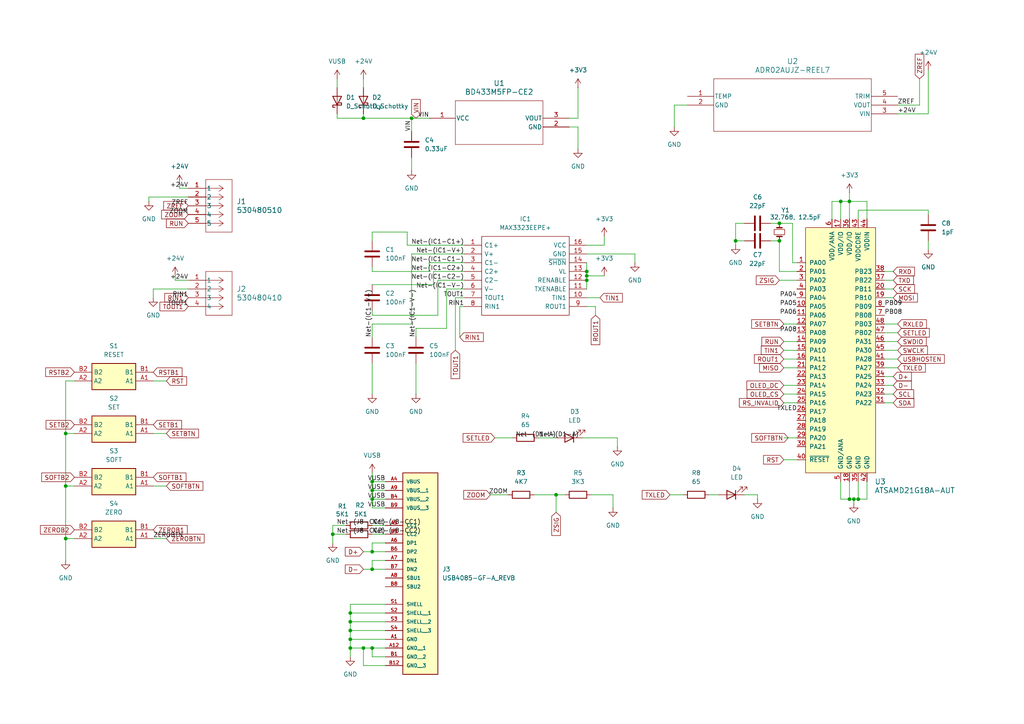
<source format=kicad_sch>
(kicad_sch (version 20231120) (generator "eeschema") (generator_version "8.0")
  (paper "A4")
  (lib_symbols
    (symbol "2024-05-14_22-26-41:BD433M5FP-CE2" (pin_names (offset 0.254))
      (property "Reference" "U3" (at 20.32 10.16 0))
      (property "Value" "BD433M5FP-CE2" (at 20.32 7.62 0))
      (symbol "BD433M5FP-CE2_0_1"
        (pin power_in line (at 0 0 0) (length 7.62) (name "VCC") (number "1"))
        (pin output line (at 40.64 -2.54 180) (length 7.62) (name "GND") (number "2"))
        (pin output line (at 40.64 0 180) (length 7.62) (name "VOUT") (number "3"))
      )
    )
    (symbol "530480410:530480410" (pin_names (offset 0.254))
      (property "Reference" "J" (at 8.89 6.35 0))
      (property "Value" "530480410" (at 0 0 0))
      (symbol "530480410_1_1"
        (pin unspecified line (at 0 0 0) (length 5.08) (name "1") (number "1"))
        (pin unspecified line (at 0 -2.54 0) (length 5.08) (name "2") (number "2"))
        (pin unspecified line (at 0 -5.08 0) (length 5.08) (name "3") (number "3"))
        (pin unspecified line (at 0 -7.62 0) (length 5.08) (name "4") (number "4"))
      )
      (symbol "530480410_1_2"
        (pin unspecified line (at 0 0 0) (length 5.08) (name "1") (number "1"))
        (pin unspecified line (at 0 -2.54 0) (length 5.08) (name "2") (number "2"))
        (pin unspecified line (at 0 -5.08 0) (length 5.08) (name "3") (number "3"))
        (pin unspecified line (at 0 -7.62 0) (length 5.08) (name "4") (number "4"))
      )
    )
    (symbol "530480510:530480510" (pin_names (offset 0.254))
      (property "Reference" "J" (at 8.89 6.35 0))
      (property "Value" "530480510" (at 0 0 0))
      (symbol "530480510_1_1"
        (pin unspecified line (at 0 0 0) (length 5.08) (name "1") (number "1"))
        (pin unspecified line (at 0 -2.54 0) (length 5.08) (name "2") (number "2"))
        (pin unspecified line (at 0 -5.08 0) (length 5.08) (name "3") (number "3"))
        (pin unspecified line (at 0 -7.62 0) (length 5.08) (name "4") (number "4"))
        (pin unspecified line (at 0 -10.16 0) (length 5.08) (name "5") (number "5"))
      )
      (symbol "530480510_1_2"
        (pin unspecified line (at 0 0 0) (length 5.08) (name "1") (number "1"))
        (pin unspecified line (at 0 -2.54 0) (length 5.08) (name "2") (number "2"))
        (pin unspecified line (at 0 -5.08 0) (length 5.08) (name "3") (number "3"))
        (pin unspecified line (at 0 -7.62 0) (length 5.08) (name "4") (number "4"))
        (pin unspecified line (at 0 -10.16 0) (length 5.08) (name "5") (number "5"))
      )
    )
    (symbol "ADR02AUJZ_REEL7:ADR02AUJZ-REEL7" (pin_names (offset 0.254))
      (property "Reference" "U" (at 30.48 10.16 0))
      (property "Value" "ADR02AUJZ-REEL7" (at 30.48 7.62 0))
      (symbol "ADR02AUJZ-REEL7_0_1"
        (pin unspecified line (at 0 0 0) (length 7.62) (name "TEMP") (number "1"))
        (pin unspecified line (at 0 -2.54 0) (length 7.62) (name "GND") (number "2"))
        (pin unspecified line (at 60.96 -5.08 180) (length 7.62) (name "VIN") (number "3"))
        (pin unspecified line (at 60.96 -2.54 180) (length 7.62) (name "VOUT") (number "4"))
        (pin unspecified line (at 60.96 0 180) (length 7.62) (name "TRIM") (number "5"))
      )
    )
    (symbol "Device:C" (pin_numbers hide) (pin_names (offset 0.254))
      (property "Reference" "C" (at 0.635 2.54 0))
      (property "Value" "C" (at 0.635 -2.54 0))
      (symbol "C_1_1"
        (pin passive line (at 0 3.81 270) (length 2.794) (name "~") (number "1"))
        (pin passive line (at 0 -3.81 90) (length 2.794) (name "~") (number "2"))
      )
    )
    (symbol "Device:Crystal_Small" (pin_numbers hide) (pin_names (offset 1.016) hide)
      (property "Reference" "Y" (at 0 2.54 0))
      (property "Value" "Crystal_Small" (at 0 -2.54 0))
      (symbol "Crystal_Small_1_1"
        (pin passive line (at -2.54 0 0) (length 1.27) (name "1") (number "1"))
        (pin passive line (at 2.54 0 180) (length 1.27) (name "2") (number "2"))
      )
    )
    (symbol "Device:D_Schottky" (pin_numbers hide) (pin_names (offset 1.016) hide)
      (property "Reference" "D" (at 0 2.54 0))
      (property "Value" "D_Schottky" (at 0 -2.54 0))
      (symbol "D_Schottky_1_1"
        (pin passive line (at -3.81 0 0) (length 2.54) (name "K") (number "1"))
        (pin passive line (at 3.81 0 180) (length 2.54) (name "A") (number "2"))
      )
    )
    (symbol "Device:LED" (pin_numbers hide) (pin_names (offset 1.016) hide)
      (property "Reference" "D" (at 0 2.54 0))
      (property "Value" "LED" (at 0 -2.54 0))
      (symbol "LED_1_1"
        (pin passive line (at -3.81 0 0) (length 2.54) (name "K") (number "1"))
        (pin passive line (at 3.81 0 180) (length 2.54) (name "A") (number "2"))
      )
    )
    (symbol "Device:R" (pin_numbers hide) (pin_names (offset 0))
      (property "Reference" "R" (at 2.032 0 90))
      (property "Value" "R" (at 0 0 90))
      (symbol "R_1_1"
        (pin passive line (at 0 3.81 270) (length 1.27) (name "~") (number "1"))
        (pin passive line (at 0 -3.81 90) (length 1.27) (name "~") (number "2"))
      )
    )
    (symbol "MAX3323EEPE+:MAX3323EEPE+" (pin_names (offset 0.762))
      (property "Reference" "IC" (at 31.75 7.62 0))
      (property "Value" "MAX3323EEPE+" (at 31.75 5.08 0))
      (symbol "MAX3323EEPE+_0_0"
        (pin passive line (at 0 0 0) (length 5.08) (name "C1+") (number "1"))
        (pin passive line (at 35.56 -15.24 180) (length 5.08) (name "TIN1") (number "10"))
        (pin passive line (at 35.56 -12.7 180) (length 5.08) (name "TXENABLE") (number "11"))
        (pin passive line (at 35.56 -10.16 180) (length 5.08) (name "RENABLE") (number "12"))
        (pin passive line (at 35.56 -7.62 180) (length 5.08) (name "VL") (number "13"))
        (pin passive line (at 35.56 -5.08 180) (length 5.08) (name "~{SHDN}") (number "14"))
        (pin passive line (at 35.56 -2.54 180) (length 5.08) (name "GND") (number "15"))
        (pin passive line (at 35.56 0 180) (length 5.08) (name "VCC") (number "16"))
        (pin passive line (at 0 -2.54 0) (length 5.08) (name "V+") (number "2"))
        (pin passive line (at 0 -5.08 0) (length 5.08) (name "C1-") (number "3"))
        (pin passive line (at 0 -7.62 0) (length 5.08) (name "C2+") (number "4"))
        (pin passive line (at 0 -10.16 0) (length 5.08) (name "C2-") (number "5"))
        (pin passive line (at 0 -12.7 0) (length 5.08) (name "V-") (number "6"))
        (pin passive line (at 0 -15.24 0) (length 5.08) (name "TOUT1") (number "7"))
        (pin passive line (at 0 -17.78 0) (length 5.08) (name "RIN1") (number "8"))
        (pin passive line (at 35.56 -17.78 180) (length 5.08) (name "ROUT1") (number "9"))
      )
    )
    (symbol "PVA1EEH21_2NV2:PVA1EEH21.2NV2"
      (property "Reference" "S" (at 19.05 7.62 0))
      (property "Value" "PVA1EEH21.2NV2" (at 19.05 5.08 0))
      (symbol "PVA1EEH21.2NV2_1_1"
        (pin passive line (at 22.86 -2.54 180) (length 5.08) (name "A1") (number "A1"))
        (pin passive line (at 0 -2.54 0) (length 5.08) (name "A2") (number "A2"))
        (pin passive line (at 22.86 0 180) (length 5.08) (name "B1") (number "B1"))
        (pin passive line (at 0 0 0) (length 5.08) (name "B2") (number "B2"))
      )
    )
    (symbol "USB4085-GF-A_REVB:USB4085-GF-A_REVB" (pin_names (offset 1.016))
      (property "Reference" "J" (at -5.08 18.288 0))
      (property "Value" "USB4085-GF-A_REVB" (at -5.08 -43.18 0))
      (symbol "USB4085-GF-A_REVB_0_0"
        (pin power_in line (at -10.16 -30.48 0) (length 5.08) (name "GND") (number "A1"))
        (pin power_in line (at -10.16 -33.02 0) (length 5.08) (name "GND__1") (number "A12"))
        (pin power_in line (at -10.16 15.24 0) (length 5.08) (name "VBUS") (number "A4"))
        (pin bidirectional line (at -10.16 2.54 0) (length 5.08) (name "CC1") (number "A5"))
        (pin bidirectional line (at -10.16 -2.54 0) (length 5.08) (name "DP1") (number "A6"))
        (pin bidirectional line (at -10.16 -7.62 0) (length 5.08) (name "DN1") (number "A7"))
        (pin bidirectional line (at -10.16 -12.7 0) (length 5.08) (name "SBU1") (number "A8"))
        (pin power_in line (at -10.16 12.7 0) (length 5.08) (name "VBUS__1") (number "A9"))
        (pin power_in line (at -10.16 -35.56 0) (length 5.08) (name "GND__2") (number "B1"))
        (pin power_in line (at -10.16 -38.1 0) (length 5.08) (name "GND__3") (number "B12"))
        (pin power_in line (at -10.16 10.16 0) (length 5.08) (name "VBUS__2") (number "B4"))
        (pin bidirectional line (at -10.16 0 0) (length 5.08) (name "CC2") (number "B5"))
        (pin bidirectional line (at -10.16 -5.08 0) (length 5.08) (name "DP2") (number "B6"))
        (pin bidirectional line (at -10.16 -10.16 0) (length 5.08) (name "DN2") (number "B7"))
        (pin bidirectional line (at -10.16 -15.24 0) (length 5.08) (name "SBU2") (number "B8"))
        (pin power_in line (at -10.16 7.62 0) (length 5.08) (name "VBUS__3") (number "B9"))
        (pin passive line (at -10.16 -20.32 0) (length 5.08) (name "SHELL") (number "S1"))
        (pin passive line (at -10.16 -22.86 0) (length 5.08) (name "SHELL__1") (number "S2"))
        (pin passive line (at -10.16 -25.4 0) (length 5.08) (name "SHELL__2") (number "S3"))
        (pin passive line (at -10.16 -27.94 0) (length 5.08) (name "SHELL__3") (number "S4"))
      )
    )
    (symbol "dk_Embedded-Microcontrollers:ATSAMD21G18A-AUT" (pin_names (offset 1.016))
      (property "Reference" "U" (at -10.16 39.37 0))
      (property "Value" "ATSAMD21G18A-AUT" (at 0 0 90))
      (symbol "ATSAMD21G18A-AUT_1_1"
        (pin bidirectional line (at -12.7 27.94 0) (length 2.54) (name "PA00") (number "1"))
        (pin bidirectional line (at -12.7 15.24 0) (length 2.54) (name "PA05") (number "10"))
        (pin bidirectional line (at -12.7 12.7 0) (length 2.54) (name "PA06") (number "11"))
        (pin bidirectional line (at -12.7 10.16 0) (length 2.54) (name "PA07") (number "12"))
        (pin bidirectional line (at -12.7 7.62 0) (length 2.54) (name "PA08") (number "13"))
        (pin bidirectional line (at -12.7 5.08 0) (length 2.54) (name "PA09") (number "14"))
        (pin bidirectional line (at -12.7 2.54 0) (length 2.54) (name "PA10") (number "15"))
        (pin bidirectional line (at -12.7 0 0) (length 2.54) (name "PA11") (number "16"))
        (pin power_in line (at 0 40.64 270) (length 2.54) (name "VDD/IO") (number "17"))
        (pin power_in line (at 2.54 -35.56 90) (length 2.54) (name "GND") (number "18"))
        (pin bidirectional line (at 12.7 17.78 180) (length 2.54) (name "PB10") (number "19"))
        (pin bidirectional line (at -12.7 25.4 0) (length 2.54) (name "PA01") (number "2"))
        (pin bidirectional line (at 12.7 20.32 180) (length 2.54) (name "PB11") (number "20"))
        (pin bidirectional line (at -12.7 -2.54 0) (length 2.54) (name "PA12") (number "21"))
        (pin bidirectional line (at -12.7 -5.08 0) (length 2.54) (name "PA13") (number "22"))
        (pin bidirectional line (at -12.7 -7.62 0) (length 2.54) (name "PA14") (number "23"))
        (pin bidirectional line (at -12.7 -10.16 0) (length 2.54) (name "PA15") (number "24"))
        (pin bidirectional line (at -12.7 -12.7 0) (length 2.54) (name "PA16") (number "25"))
        (pin bidirectional line (at -12.7 -15.24 0) (length 2.54) (name "PA17") (number "26"))
        (pin bidirectional line (at -12.7 -17.78 0) (length 2.54) (name "PA18") (number "27"))
        (pin bidirectional line (at -12.7 -20.32 0) (length 2.54) (name "PA19") (number "28"))
        (pin bidirectional line (at -12.7 -22.86 0) (length 2.54) (name "PA20") (number "29"))
        (pin bidirectional line (at -12.7 22.86 0) (length 2.54) (name "PA02") (number "3"))
        (pin bidirectional line (at -12.7 -25.4 0) (length 2.54) (name "PA21") (number "30"))
        (pin bidirectional line (at 12.7 -12.7 180) (length 2.54) (name "PA22") (number "31"))
        (pin bidirectional line (at 12.7 -10.16 180) (length 2.54) (name "PA23") (number "32"))
        (pin bidirectional line (at 12.7 -7.62 180) (length 2.54) (name "PA24") (number "33"))
        (pin bidirectional line (at 12.7 -5.08 180) (length 2.54) (name "PA25") (number "34"))
        (pin power_in line (at 5.08 -35.56 90) (length 2.54) (name "GND") (number "35"))
        (pin power_in line (at 2.54 40.64 270) (length 2.54) (name "VDD/IO") (number "36"))
        (pin bidirectional line (at 12.7 22.86 180) (length 2.54) (name "PB22") (number "37"))
        (pin bidirectional line (at 12.7 25.4 180) (length 2.54) (name "PB23") (number "38"))
        (pin bidirectional line (at 12.7 -2.54 180) (length 2.54) (name "PA27") (number "39"))
        (pin bidirectional line (at -12.7 20.32 0) (length 2.54) (name "PA03") (number "4"))
        (pin input line (at -12.7 -29.21 0) (length 2.54) (name "~{RESET}") (number "40"))
        (pin bidirectional line (at 12.7 0 180) (length 2.54) (name "PA28") (number "41"))
        (pin power_in line (at 7.62 -35.56 90) (length 2.54) (name "GND") (number "42"))
        (pin power_in line (at 5.08 40.64 270) (length 2.54) (name "VDDCORE") (number "43"))
        (pin power_in line (at 7.62 40.64 270) (length 2.54) (name "VDDIN") (number "44"))
        (pin bidirectional line (at 12.7 2.54 180) (length 2.54) (name "PA30") (number "45"))
        (pin bidirectional line (at 12.7 5.08 180) (length 2.54) (name "PA31") (number "46"))
        (pin bidirectional line (at 12.7 7.62 180) (length 2.54) (name "PB02") (number "47"))
        (pin bidirectional line (at 12.7 10.16 180) (length 2.54) (name "PB03") (number "48"))
        (pin power_in line (at 0 -35.56 90) (length 2.54) (name "GND/ANA") (number "5"))
        (pin power_in line (at -2.54 40.64 270) (length 2.54) (name "VDD/ANA") (number "6"))
        (pin bidirectional line (at 12.7 12.7 180) (length 2.54) (name "PB08") (number "7"))
        (pin bidirectional line (at 12.7 15.24 180) (length 2.54) (name "PB09") (number "8"))
        (pin bidirectional line (at -12.7 17.78 0) (length 2.54) (name "PA04") (number "9"))
      )
    )
    (symbol "power:+24V" (power) (pin_numbers hide) (pin_names (offset 0) hide)
      (property "Value" "+24V" (at 0 3.556 0))
      (symbol "+24V_1_1"
        (pin power_in line (at 0 0 90) (length 0) (name "~") (number "1"))
      )
    )
    (symbol "power:+3V3" (power) (pin_numbers hide) (pin_names (offset 0) hide)
      (property "Value" "+3V3" (at 0 3.556 0))
      (symbol "+3V3_1_1"
        (pin power_in line (at 0 0 90) (length 0) (name "~") (number "1"))
      )
    )
    (symbol "power:GND" (power) (pin_numbers hide) (pin_names (offset 0) hide)
      (property "Value" "GND" (at 0 -3.81 0))
      (symbol "GND_1_1"
        (pin power_in line (at 0 0 270) (length 0) (name "~") (number "1"))
      )
    )
  )
  (junction (at 246.38 144.78))
  (junction (at 96.52 154.94))
  (junction (at 213.36 69.85))
  (junction (at 226.06 69.85))
  (junction (at 161.29 143.51))
  (junction (at 19.05 140.97))
  (junction (at 226.06 64.77))
  (junction (at 107.95 160.02))
  (junction (at 101.6 187.96))
  (junction (at 119.38 34.29))
  (junction (at 107.95 144.78))
  (junction (at 101.6 177.8))
  (junction (at 107.95 142.24))
  (junction (at 107.95 165.1))
  (junction (at 19.05 125.73))
  (junction (at 248.92 144.78))
  (junction (at 105.41 34.29))
  (junction (at 246.38 58.42))
  (junction (at 19.05 156.21))
  (junction (at 247.65 144.78))
  (junction (at 101.6 180.34))
  (junction (at 107.95 139.7))
  (junction (at 170.18 80.01))
  (junction (at 243.84 58.42))
  (junction (at 170.18 81.28))
  (junction (at 170.18 78.74))
  (junction (at 107.95 187.96))
  (junction (at 101.6 185.42))
  (junction (at 101.6 182.88))
  (junction (at 105.41 187.96))
  (wire (pts (xy 227.33 116.84) (xy 231.14 116.84)))
  (wire (pts (xy 129.54 83.82) (xy 134.62 83.82)))
  (wire (pts (xy 132.08 86.36) (xy 132.08 101.6)))
  (wire (pts (xy 251.46 139.7) (xy 251.46 144.78)))
  (wire (pts (xy 256.54 104.14) (xy 260.35 104.14)))
  (wire (pts (xy 170.18 76.2) (xy 170.18 78.74)))
  (wire (pts (xy 21.59 140.97) (xy 19.05 140.97)))
  (wire (pts (xy 107.95 90.17) (xy 107.95 91.44)))
  (wire (pts (xy 107.95 142.24) (xy 111.76 142.24)))
  (wire (pts (xy 256.54 106.68) (xy 260.35 106.68)))
  (wire (pts (xy 219.71 143.51) (xy 219.71 144.78)))
  (wire (pts (xy 19.05 125.73) (xy 19.05 140.97)))
  (wire (pts (xy 44.45 86.36) (xy 44.45 83.82)))
  (wire (pts (xy 241.3 58.42) (xy 243.84 58.42)))
  (wire (pts (xy 101.6 177.8) (xy 101.6 180.34)))
  (wire (pts (xy 246.38 58.42) (xy 251.46 58.42)))
  (wire (pts (xy 107.95 165.1) (xy 111.76 165.1)))
  (wire (pts (xy 227.33 133.35) (xy 231.14 133.35)))
  (wire (pts (xy 251.46 63.5) (xy 251.46 58.42)))
  (wire (pts (xy 101.6 187.96) (xy 105.41 187.96)))
  (wire (pts (xy 142.24 143.51) (xy 147.32 143.51)))
  (wire (pts (xy 44.45 156.21) (xy 48.26 156.21)))
  (wire (pts (xy 107.95 190.5) (xy 107.95 187.96)))
  (wire (pts (xy 184.15 73.66) (xy 184.15 76.2)))
  (wire (pts (xy 119.38 38.1) (xy 119.38 34.29)))
  (wire (pts (xy 105.41 33.02) (xy 105.41 34.29)))
  (wire (pts (xy 111.76 190.5) (xy 107.95 190.5)))
  (wire (pts (xy 19.05 156.21) (xy 21.59 156.21)))
  (wire (pts (xy 107.95 93.98) (xy 107.95 97.79)))
  (wire (pts (xy 43.18 58.42) (xy 43.18 57.15)))
  (wire (pts (xy 107.95 147.32) (xy 107.95 144.78)))
  (wire (pts (xy 170.18 81.28) (xy 170.18 83.82)))
  (wire (pts (xy 19.05 140.97) (xy 19.05 156.21)))
  (wire (pts (xy 243.84 63.5) (xy 243.84 58.42)))
  (wire (pts (xy 107.95 147.32) (xy 111.76 147.32)))
  (wire (pts (xy 50.8 80.01) (xy 50.8 81.28)))
  (wire (pts (xy 127 81.28) (xy 134.62 81.28)))
  (wire (pts (xy 248.92 63.5) (xy 248.92 60.96)))
  (wire (pts (xy 231.14 76.2) (xy 229.87 76.2)))
  (wire (pts (xy 107.95 160.02) (xy 111.76 160.02)))
  (wire (pts (xy 127 91.44) (xy 127 81.28)))
  (wire (pts (xy 100.33 152.4) (xy 96.52 152.4)))
  (wire (pts (xy 119.38 45.72) (xy 119.38 49.53)))
  (wire (pts (xy 227.33 111.76) (xy 231.14 111.76)))
  (wire (pts (xy 170.18 78.74) (xy 170.18 80.01)))
  (wire (pts (xy 105.41 187.96) (xy 105.41 193.04)))
  (wire (pts (xy 120.65 95.25) (xy 129.54 95.25)))
  (wire (pts (xy 107.95 67.31) (xy 107.95 69.85)))
  (wire (pts (xy 54.61 54.61) (xy 52.07 54.61)))
  (wire (pts (xy 111.76 139.7) (xy 107.95 139.7)))
  (wire (pts (xy 256.54 93.98) (xy 260.35 93.98)))
  (wire (pts (xy 269.24 20.32) (xy 269.24 33.02)))
  (wire (pts (xy 134.62 88.9) (xy 133.35 88.9)))
  (wire (pts (xy 43.18 57.15) (xy 54.61 57.15)))
  (wire (pts (xy 226.06 64.77) (xy 229.87 64.77)))
  (wire (pts (xy 170.18 88.9) (xy 172.72 88.9)))
  (wire (pts (xy 226.06 81.28) (xy 231.14 81.28)))
  (wire (pts (xy 215.9 143.51) (xy 219.71 143.51)))
  (wire (pts (xy 119.38 34.29) (xy 124.46 34.29)))
  (wire (pts (xy 97.79 33.02) (xy 97.79 34.29)))
  (wire (pts (xy 107.95 105.41) (xy 107.95 114.3)))
  (wire (pts (xy 172.72 88.9) (xy 172.72 91.44)))
  (wire (pts (xy 223.52 64.77) (xy 226.06 64.77)))
  (wire (pts (xy 124.46 78.74) (xy 124.46 76.2)))
  (wire (pts (xy 19.05 162.56) (xy 19.05 156.21)))
  (wire (pts (xy 120.65 97.79) (xy 120.65 95.25)))
  (wire (pts (xy 243.84 144.78) (xy 246.38 144.78)))
  (wire (pts (xy 256.54 81.28) (xy 259.08 81.28)))
  (wire (pts (xy 205.74 143.51) (xy 208.28 143.51)))
  (wire (pts (xy 111.76 193.04) (xy 105.41 193.04)))
  (wire (pts (xy 21.59 125.73) (xy 19.05 125.73)))
  (wire (pts (xy 133.35 88.9) (xy 133.35 97.79)))
  (wire (pts (xy 247.65 144.78) (xy 247.65 146.05)))
  (wire (pts (xy 227.33 104.14) (xy 231.14 104.14)))
  (wire (pts (xy 170.18 86.36) (xy 173.99 86.36)))
  (wire (pts (xy 170.18 80.01) (xy 175.26 80.01)))
  (wire (pts (xy 165.1 36.83) (xy 167.64 36.83)))
  (wire (pts (xy 213.36 64.77) (xy 215.9 64.77)))
  (wire (pts (xy 241.3 63.5) (xy 241.3 58.42)))
  (wire (pts (xy 256.54 101.6) (xy 260.35 101.6)))
  (wire (pts (xy 19.05 110.49) (xy 19.05 125.73)))
  (wire (pts (xy 167.64 36.83) (xy 167.64 43.18)))
  (wire (pts (xy 107.95 139.7) (xy 107.95 142.24)))
  (wire (pts (xy 107.95 157.48) (xy 107.95 160.02)))
  (wire (pts (xy 107.95 91.44) (xy 127 91.44)))
  (wire (pts (xy 229.87 76.2) (xy 229.87 64.77)))
  (wire (pts (xy 107.95 82.55) (xy 125.73 82.55)))
  (wire (pts (xy 111.76 162.56) (xy 107.95 162.56)))
  (wire (pts (xy 96.52 157.48) (xy 96.52 154.94)))
  (wire (pts (xy 256.54 99.06) (xy 260.35 99.06)))
  (wire (pts (xy 167.64 25.4) (xy 167.64 34.29)))
  (wire (pts (xy 101.6 175.26) (xy 101.6 177.8)))
  (wire (pts (xy 97.79 22.86) (xy 97.79 25.4)))
  (wire (pts (xy 101.6 177.8) (xy 111.76 177.8)))
  (wire (pts (xy 177.8 143.51) (xy 177.8 147.32)))
  (wire (pts (xy 111.76 157.48) (xy 107.95 157.48)))
  (wire (pts (xy 248.92 60.96) (xy 269.24 60.96)))
  (wire (pts (xy 260.35 30.48) (xy 266.7 30.48)))
  (wire (pts (xy 260.35 33.02) (xy 269.24 33.02)))
  (wire (pts (xy 101.6 180.34) (xy 111.76 180.34)))
  (wire (pts (xy 226.06 68.58) (xy 226.06 69.85)))
  (wire (pts (xy 246.38 139.7) (xy 246.38 144.78)))
  (wire (pts (xy 118.11 67.31) (xy 107.95 67.31)))
  (wire (pts (xy 256.54 111.76) (xy 259.08 111.76)))
  (wire (pts (xy 227.33 127) (xy 231.14 127)))
  (wire (pts (xy 107.95 77.47) (xy 107.95 78.74)))
  (wire (pts (xy 161.29 143.51) (xy 161.29 148.59)))
  (wire (pts (xy 107.95 187.96) (xy 111.76 187.96)))
  (wire (pts (xy 54.61 81.28) (xy 50.8 81.28)))
  (wire (pts (xy 256.54 114.3) (xy 259.08 114.3)))
  (wire (pts (xy 170.18 73.66) (xy 184.15 73.66)))
  (wire (pts (xy 266.7 22.86) (xy 266.7 30.48)))
  (wire (pts (xy 256.54 86.36) (xy 259.08 86.36)))
  (wire (pts (xy 134.62 71.12) (xy 118.11 71.12)))
  (wire (pts (xy 168.91 127) (xy 179.07 127)))
  (wire (pts (xy 44.45 110.49) (xy 48.26 110.49)))
  (wire (pts (xy 21.59 110.49) (xy 19.05 110.49)))
  (wire (pts (xy 107.95 142.24) (xy 107.95 144.78)))
  (wire (pts (xy 105.41 160.02) (xy 107.95 160.02)))
  (wire (pts (xy 107.95 154.94) (xy 111.76 154.94)))
  (wire (pts (xy 227.33 106.68) (xy 231.14 106.68)))
  (wire (pts (xy 120.65 105.41) (xy 120.65 114.3)))
  (wire (pts (xy 105.41 187.96) (xy 107.95 187.96)))
  (wire (pts (xy 44.45 83.82) (xy 54.61 83.82)))
  (wire (pts (xy 161.29 143.51) (xy 163.83 143.51)))
  (wire (pts (xy 269.24 60.96) (xy 269.24 62.23)))
  (wire (pts (xy 107.95 162.56) (xy 107.95 165.1)))
  (wire (pts (xy 101.6 187.96) (xy 101.6 190.5)))
  (wire (pts (xy 165.1 34.29) (xy 167.64 34.29)))
  (wire (pts (xy 247.65 144.78) (xy 248.92 144.78)))
  (wire (pts (xy 194.31 143.51) (xy 198.12 143.51)))
  (wire (pts (xy 101.6 180.34) (xy 101.6 182.88)))
  (wire (pts (xy 213.36 64.77) (xy 213.36 69.85)))
  (wire (pts (xy 107.95 152.4) (xy 111.76 152.4)))
  (wire (pts (xy 175.26 68.58) (xy 175.26 71.12)))
  (wire (pts (xy 105.41 22.86) (xy 105.41 25.4)))
  (wire (pts (xy 96.52 154.94) (xy 100.33 154.94)))
  (wire (pts (xy 101.6 182.88) (xy 101.6 185.42)))
  (wire (pts (xy 107.95 93.98) (xy 119.38 93.98)))
  (wire (pts (xy 227.33 99.06) (xy 231.14 99.06)))
  (wire (pts (xy 105.41 165.1) (xy 107.95 165.1)))
  (wire (pts (xy 119.38 73.66) (xy 134.62 73.66)))
  (wire (pts (xy 227.33 93.98) (xy 231.14 93.98)))
  (wire (pts (xy 195.58 30.48) (xy 195.58 36.83)))
  (wire (pts (xy 223.52 69.85) (xy 226.06 69.85)))
  (wire (pts (xy 227.33 114.3) (xy 231.14 114.3)))
  (wire (pts (xy 105.41 34.29) (xy 119.38 34.29)))
  (wire (pts (xy 44.45 125.73) (xy 48.26 125.73)))
  (wire (pts (xy 107.95 78.74) (xy 124.46 78.74)))
  (wire (pts (xy 226.06 69.85) (xy 226.06 78.74)))
  (wire (pts (xy 107.95 137.16) (xy 107.95 139.7)))
  (wire (pts (xy 156.21 127) (xy 161.29 127)))
  (wire (pts (xy 213.36 69.85) (xy 213.36 71.12)))
  (wire (pts (xy 101.6 182.88) (xy 111.76 182.88)))
  (wire (pts (xy 111.76 144.78) (xy 107.95 144.78)))
  (wire (pts (xy 227.33 101.6) (xy 231.14 101.6)))
  (wire (pts (xy 248.92 144.78) (xy 251.46 144.78)))
  (wire (pts (xy 97.79 34.29) (xy 105.41 34.29)))
  (wire (pts (xy 119.38 93.98) (xy 119.38 73.66)))
  (wire (pts (xy 269.24 69.85) (xy 269.24 72.39)))
  (wire (pts (xy 143.51 127) (xy 148.59 127)))
  (wire (pts (xy 154.94 143.51) (xy 161.29 143.51)))
  (wire (pts (xy 125.73 82.55) (xy 125.73 78.74)))
  (wire (pts (xy 118.11 71.12) (xy 118.11 67.31)))
  (wire (pts (xy 246.38 144.78) (xy 247.65 144.78)))
  (wire (pts (xy 256.54 83.82) (xy 259.08 83.82)))
  (wire (pts (xy 124.46 76.2) (xy 134.62 76.2)))
  (wire (pts (xy 170.18 71.12) (xy 175.26 71.12)))
  (wire (pts (xy 256.54 116.84) (xy 259.08 116.84)))
  (wire (pts (xy 101.6 175.26) (xy 111.76 175.26)))
  (wire (pts (xy 170.18 80.01) (xy 170.18 81.28)))
  (wire (pts (xy 134.62 86.36) (xy 132.08 86.36)))
  (wire (pts (xy 52.07 53.34) (xy 52.07 54.61)))
  (wire (pts (xy 199.39 30.48) (xy 195.58 30.48)))
  (wire (pts (xy 44.45 140.97) (xy 48.26 140.97)))
  (wire (pts (xy 179.07 127) (xy 179.07 129.54)))
  (wire (pts (xy 256.54 109.22) (xy 259.08 109.22)))
  (wire (pts (xy 256.54 78.74) (xy 259.08 78.74)))
  (wire (pts (xy 101.6 185.42) (xy 101.6 187.96)))
  (wire (pts (xy 96.52 152.4) (xy 96.52 154.94)))
  (wire (pts (xy 248.92 139.7) (xy 248.92 144.78)))
  (wire (pts (xy 171.45 143.51) (xy 177.8 143.51)))
  (wire (pts (xy 125.73 78.74) (xy 134.62 78.74)))
  (wire (pts (xy 226.06 78.74) (xy 231.14 78.74)))
  (wire (pts (xy 129.54 95.25) (xy 129.54 83.82)))
  (wire (pts (xy 243.84 139.7) (xy 243.84 144.78)))
  (wire (pts (xy 213.36 69.85) (xy 215.9 69.85)))
  (wire (pts (xy 101.6 185.42) (xy 111.76 185.42)))
  (wire (pts (xy 246.38 58.42) (xy 246.38 63.5)))
  (wire (pts (xy 243.84 58.42) (xy 246.38 58.42)))
  (wire (pts (xy 256.54 96.52) (xy 260.35 96.52)))
  (wire (pts (xy 246.38 55.88) (xy 246.38 58.42)))
  (label "VUSB" (at 111.76 139.7 180))
  (label "RIN1" (at 134.62 88.9 180))
  (label "+24V" (at 260.35 33.02 0))
  (label "Net-(D1-A)" (at 156.21 127 0))
  (label "Net-(J8-CC2)" (at 111.76 154.94 180))
  (label "VIN" (at 124.46 34.29 180))
  (label "ZEROBTN" (at 44.45 156.21 0))
  (label "VUSB" (at 111.76 144.78 180))
  (label "PB08" (at 256.54 91.44 0))
  (label "ZOOM" (at 147.32 143.51 180))
  (label "PB09" (at 256.54 88.9 0))
  (label "VIN" (at 119.38 38.1 90))
  (label "Net-(IC1-C1-)" (at 134.62 76.2 180))
  (label "Net-(IC1-C1+)" (at 134.62 71.12 180))
  (label "PA04" (at 231.14 86.36 180))
  (label "PA05" (at 231.14 88.9 180))
  (label "PA08" (at 231.14 96.52 180))
  (label "+24V" (at 54.61 81.28 180))
  (label "Net-(IC1-V+)" (at 107.95 97.79 90))
  (label "Net-(IC1-V+)" (at 134.62 73.66 180))
  (label "PA06" (at 231.14 91.44 180))
  (label "Net-(J8-CC2)" (at 107.95 154.94 0))
  (label "Net-(J8-CC1)" (at 107.95 152.4 0))
  (label "Net-(IC1-C2-)" (at 134.62 81.28 180))
  (label "Net-(J8-CC1)" (at 111.76 152.4 180))
  (label "VUSB" (at 111.76 142.24 180))
  (label "Net-(IC1-V-)" (at 120.65 97.79 90))
  (label "Net-(IC1-C2+)" (at 134.62 78.74 180))
  (label "Net-(D1-A)" (at 161.29 127 180))
  (label "Net-(IC1-V-)" (at 134.62 83.82 180))
  (label "ZREF" (at 260.35 30.48 0))
  (label "ZREF" (at 54.61 59.69 180))
  (label "TOUT1" (at 134.62 86.36 180))
  (label "TOUT1" (at 54.61 88.9 180))
  (label "+24V" (at 54.61 54.61 180))
  (label "ZOOM" (at 54.61 62.23 180))
  (label "VUSB" (at 111.76 147.32 180))
  (label "RIN1" (at 54.61 86.36 180))
  (label "TXLED" (at 231.14 119.38 180))
  (global_label "SWDIO" (shape input) (at 260.35 99.06 0) (property "Intersheetrefs" "${INTERSHEET_REFS}" (effects (hide yes))))
  (global_label "RXLED" (shape input) (at 260.35 93.98 0) (property "Intersheetrefs" "${INTERSHEET_REFS}" (effects (hide yes))))
  (global_label "TXLED" (shape input) (at 194.31 143.51 180) (property "Intersheetrefs" "${INTERSHEET_REFS}" (effects (hide yes))))
  (global_label "ZEROB1" (shape input) (at 44.45 153.67 0) (property "Intersheetrefs" "${INTERSHEET_REFS}" (effects (hide yes))))
  (global_label "MOSI" (shape input) (at 259.08 86.36 0) (property "Intersheetrefs" "${INTERSHEET_REFS}" (effects (hide yes))))
  (global_label "RSTB1" (shape input) (at 44.45 107.95 0) (property "Intersheetrefs" "${INTERSHEET_REFS}" (effects (hide yes))))
  (global_label "ZREF" (shape input) (at 266.7 22.86 90) (property "Intersheetrefs" "${INTERSHEET_REFS}" (effects (hide yes))))
  (global_label "TXD" (shape input) (at 259.08 81.28 0) (property "Intersheetrefs" "${INTERSHEET_REFS}" (effects (hide yes))))
  (global_label "RSTB2" (shape input) (at 21.59 107.95 180) (property "Intersheetrefs" "${INTERSHEET_REFS}" (effects (hide yes))))
  (global_label "TOUT1" (shape input) (at 132.08 101.6 270) (property "Intersheetrefs" "${INTERSHEET_REFS}" (effects (hide yes))))
  (global_label "SOFTB1" (shape input) (at 44.45 138.43 0) (property "Intersheetrefs" "${INTERSHEET_REFS}" (effects (hide yes))))
  (global_label "D+" (shape input) (at 105.41 160.02 180) (property "Intersheetrefs" "${INTERSHEET_REFS}" (effects (hide yes))))
  (global_label "SETLED" (shape input) (at 260.35 96.52 0) (property "Intersheetrefs" "${INTERSHEET_REFS}" (effects (hide yes))))
  (global_label "RST" (shape input) (at 227.33 133.35 180) (property "Intersheetrefs" "${INTERSHEET_REFS}" (effects (hide yes))))
  (global_label "SCK" (shape input) (at 259.08 83.82 0) (property "Intersheetrefs" "${INTERSHEET_REFS}" (effects (hide yes))))
  (global_label "MISO" (shape input) (at 227.33 106.68 180) (property "Intersheetrefs" "${INTERSHEET_REFS}" (effects (hide yes))))
  (global_label "SOFTBTN" (shape input) (at 228.6 127 180) (property "Intersheetrefs" "${INTERSHEET_REFS}" (effects (hide yes))))
  (global_label "RIN1" (shape input) (at 54.61 86.36 180) (property "Intersheetrefs" "${INTERSHEET_REFS}" (effects (hide yes))))
  (global_label "TIN1" (shape input) (at 173.99 86.36 0) (property "Intersheetrefs" "${INTERSHEET_REFS}" (effects (hide yes))))
  (global_label "SWCLK" (shape input) (at 260.35 101.6 0) (property "Intersheetrefs" "${INTERSHEET_REFS}" (effects (hide yes))))
  (global_label "TOUT1" (shape input) (at 54.61 88.9 180) (property "Intersheetrefs" "${INTERSHEET_REFS}" (effects (hide yes))))
  (global_label "SETBTN" (shape input) (at 227.33 93.98 180) (property "Intersheetrefs" "${INTERSHEET_REFS}" (effects (hide yes))))
  (global_label "RS_INVALID" (shape input) (at 227.33 116.84 180) (property "Intersheetrefs" "${INTERSHEET_REFS}" (effects (hide yes))))
  (global_label "SETLED" (shape input) (at 143.51 127 180) (property "Intersheetrefs" "${INTERSHEET_REFS}" (effects (hide yes))))
  (global_label "ZEROBTN" (shape input) (at 48.26 156.21 0) (property "Intersheetrefs" "${INTERSHEET_REFS}" (effects (hide yes))))
  (global_label "RUN" (shape input) (at 227.33 99.06 180) (property "Intersheetrefs" "${INTERSHEET_REFS}" (effects (hide yes))))
  (global_label "ROUT1" (shape input) (at 227.33 104.14 180) (property "Intersheetrefs" "${INTERSHEET_REFS}" (effects (hide yes))))
  (global_label "SDA" (shape input) (at 259.08 116.84 0) (property "Intersheetrefs" "${INTERSHEET_REFS}" (effects (hide yes))))
  (global_label "SOFTBTN" (shape input) (at 48.26 140.97 0) (property "Intersheetrefs" "${INTERSHEET_REFS}" (effects (hide yes))))
  (global_label "SETBTN" (shape input) (at 48.26 125.73 0) (property "Intersheetrefs" "${INTERSHEET_REFS}" (effects (hide yes))))
  (global_label "ROUT1" (shape input) (at 172.72 91.44 270) (property "Intersheetrefs" "${INTERSHEET_REFS}" (effects (hide yes))))
  (global_label "SETB1" (shape input) (at 44.45 123.19 0) (property "Intersheetrefs" "${INTERSHEET_REFS}" (effects (hide yes))))
  (global_label "VIN" (shape input) (at 120.65 34.29 90) (property "Intersheetrefs" "${INTERSHEET_REFS}" (effects (hide yes))))
  (global_label "ZSIG" (shape input) (at 226.06 81.28 180) (property "Intersheetrefs" "${INTERSHEET_REFS}" (effects (hide yes))))
  (global_label "USBHOSTEN" (shape input) (at 260.35 104.14 0) (property "Intersheetrefs" "${INTERSHEET_REFS}" (effects (hide yes))))
  (global_label "ZOOM" (shape input) (at 142.24 143.51 180) (property "Intersheetrefs" "${INTERSHEET_REFS}" (effects (hide yes))))
  (global_label "RIN1" (shape input) (at 133.35 97.79 0) (property "Intersheetrefs" "${INTERSHEET_REFS}" (effects (hide yes))))
  (global_label "TIN1" (shape input) (at 227.33 101.6 180) (property "Intersheetrefs" "${INTERSHEET_REFS}" (effects (hide yes))))
  (global_label "SETB2" (shape input) (at 21.59 123.19 180) (property "Intersheetrefs" "${INTERSHEET_REFS}" (effects (hide yes))))
  (global_label "SCL" (shape input) (at 259.08 114.3 0) (property "Intersheetrefs" "${INTERSHEET_REFS}" (effects (hide yes))))
  (global_label "SOFTB2" (shape input) (at 21.59 138.43 180) (property "Intersheetrefs" "${INTERSHEET_REFS}" (effects (hide yes))))
  (global_label "ZREF" (shape input) (at 54.61 59.69 180) (property "Intersheetrefs" "${INTERSHEET_REFS}" (effects (hide yes))))
  (global_label "RUN" (shape input) (at 54.61 64.77 180) (property "Intersheetrefs" "${INTERSHEET_REFS}" (effects (hide yes))))
  (global_label "ZSIG" (shape input) (at 161.29 148.59 270) (property "Intersheetrefs" "${INTERSHEET_REFS}" (effects (hide yes))))
  (global_label "ZEROB2" (shape input) (at 21.59 153.67 180) (property "Intersheetrefs" "${INTERSHEET_REFS}" (effects (hide yes))))
  (global_label "D+" (shape input) (at 259.08 109.22 0) (property "Intersheetrefs" "${INTERSHEET_REFS}" (effects (hide yes))))
  (global_label "ZOOM" (shape input) (at 54.61 62.23 180) (property "Intersheetrefs" "${INTERSHEET_REFS}" (effects (hide yes))))
  (global_label "D-" (shape input) (at 105.41 165.1 180) (property "Intersheetrefs" "${INTERSHEET_REFS}" (effects (hide yes))))
  (global_label "OLED_DC" (shape input) (at 227.33 111.76 180) (property "Intersheetrefs" "${INTERSHEET_REFS}" (effects (hide yes))))
  (global_label "OLED_CS" (shape input) (at 227.33 114.3 180) (property "Intersheetrefs" "${INTERSHEET_REFS}" (effects (hide yes))))
  (global_label "RST" (shape input) (at 48.26 110.49 0) (property "Intersheetrefs" "${INTERSHEET_REFS}" (effects (hide yes))))
  (global_label "D-" (shape input) (at 259.08 111.76 0) (property "Intersheetrefs" "${INTERSHEET_REFS}" (effects (hide yes))))
  (global_label "RXD" (shape input) (at 259.08 78.74 0) (property "Intersheetrefs" "${INTERSHEET_REFS}" (effects (hide yes))))
  (global_label "TXLED" (shape input) (at 260.35 106.68 0) (property "Intersheetrefs" "${INTERSHEET_REFS}" (effects (hide yes))))
  (symbol (lib_id "power:+24V") (at 107.95 137.16 0) (unit 1)
    (property "Reference" "#PWR011" (effects (hide yes)))
    (property "Value" "VUSB" (at 107.95 132.08 0))
    (property "Description" "Power symbol creates a global label with name \"VUSB\"" (effects (hide yes)))
  )
  (symbol (lib_id "power:+3V3") (at 167.64 25.4 0) (unit 1)
    (property "Reference" "#PWR014" (effects (hide yes)))
    (property "Value" "+3V3" (at 167.64 20.32 0))
    (property "Description" "Power symbol creates a global label with name \"+3V3\"" (effects (hide yes)))
  )
  (symbol (lib_id "530480510:530480510") (at 54.61 54.61 0) (unit 1)
    (property "Reference" "J1" (at 68.58 58.4199 0) (effects (font (size 1.524 1.524)) (justify left)))
    (property "Value" "530480510" (at 68.58 60.9599 0) (effects (font (size 1.524 1.524)) (justify left)))
    (property "Footprint" "530480510:CON_530480510_MOL" (effects (hide yes)))
    (property "Datasheet" "530480510" (effects (hide yes)))
  )
  (symbol (lib_id "Device:LED") (at 212.09 143.51 180) (unit 1)
    (property "Reference" "D4" (at 213.6775 135.89 0))
    (property "Value" "LED" (at 213.6775 138.43 0))
    (property "Footprint" "LED_THT:LED_D5.0mm" (effects (hide yes)))
    (property "Description" "Light emitting diode" (effects (hide yes)))
  )
  (symbol (lib_id "power:GND") (at 177.8 147.32 0) (unit 1)
    (property "Reference" "#PWR018" (effects (hide yes)))
    (property "Value" "GND" (at 177.8 152.4 0))
    (property "Description" "Power symbol creates a global label with name \"GND\" , ground" (effects (hide yes)))
  )
  (symbol (lib_id "power:GND") (at 101.6 190.5 0) (unit 1)
    (property "Reference" "#PWR08" (effects (hide yes)))
    (property "Value" "GND" (at 101.6 195.58 0))
    (property "Description" "Power symbol creates a global label with name \"GND\" , ground" (effects (hide yes)))
  )
  (symbol (lib_id "power:GND") (at 44.45 86.36 0) (unit 1)
    (property "Reference" "#PWR03" (effects (hide yes)))
    (property "Value" "GND" (at 44.45 91.44 0))
    (property "Description" "Power symbol creates a global label with name \"GND\" , ground" (effects (hide yes)))
  )
  (symbol (lib_id "Device:C") (at 269.24 66.04 0) (unit 1)
    (property "Reference" "C8" (at 273.05 64.7699 0) (effects (justify left)))
    (property "Value" "1pF" (at 273.05 67.3099 0) (effects (justify left)))
    (property "Footprint" "Capacitor_SMD:C_1812_4532Metric_Pad1.57x3.40mm_HandSolder" (effects (hide yes)))
    (property "Description" "Unpolarized capacitor" (effects (hide yes)))
  )
  (symbol (lib_id "power:GND") (at 195.58 36.83 0) (unit 1)
    (property "Reference" "#PWR021" (effects (hide yes)))
    (property "Value" "GND" (at 195.58 41.91 0))
    (property "Description" "Power symbol creates a global label with name \"GND\" , ground" (effects (hide yes)))
  )
  (symbol (lib_id "power:GND") (at 269.24 72.39 0) (unit 1)
    (property "Reference" "#PWR026" (effects (hide yes)))
    (property "Value" "GND" (at 269.24 77.47 0))
    (property "Description" "Power symbol creates a global label with name \"GND\" , ground" (effects (hide yes)))
  )
  (symbol (lib_id "MAX3323EEPE+:MAX3323EEPE+") (at 134.62 71.12 0) (unit 1)
    (property "Reference" "IC1" (at 152.4 63.5 0))
    (property "Value" "MAX3323EEPE+" (at 152.4 66.04 0))
    (property "Footprint" "MAX3323EEPE+:DIP794W56P254L1918H457Q16N" (effects (hide yes)))
    (property "Datasheet" "https://componentsearchengine.com/Datasheets/2/MAX3323EEPE+.pdf" (effects (hide yes)))
    (property "Description" "RS-232 Interface IC +/-15kV ESD-Protected, RS-232 Transceivers for Multidrop Applications" (effects (hide yes)))
    (property "Height" "4.572" (effects (hide yes)))
    (property "Mouser Part Number" "700-MAX3323EEPE" (effects (hide yes)))
    (property "Mouser Price/Stock" "https://www.mouser.co.uk/ProductDetail/Analog-Devices-Maxim-Integrated/MAX3323EEPE%2b?qs=CDqwynd4ZNoRwc1iI5RFww%3D%3D" (effects (hide yes)))
    (property "Manufacturer_Name" "Analog Devices" (effects (hide yes)))
    (property "Manufacturer_Part_Number" "MAX3323EEPE+" (effects (hide yes)))
  )
  (symbol (lib_id "power:GND") (at 213.36 71.12 0) (unit 1)
    (property "Reference" "#PWR022" (effects (hide yes)))
    (property "Value" "GND" (at 213.36 76.2 0))
    (property "Description" "Power symbol creates a global label with name \"GND\" , ground" (effects (hide yes)))
  )
  (symbol (lib_id "power:GND") (at 247.65 146.05 0) (unit 1)
    (property "Reference" "#PWR024" (effects (hide yes)))
    (property "Value" "GND" (at 247.65 151.13 0))
    (property "Description" "Power symbol creates a global label with name \"GND\" , ground" (effects (hide yes)))
  )
  (symbol (lib_id "PVA1EEH21_2NV2:PVA1EEH21.2NV2") (at 21.59 123.19 0) (unit 1)
    (property "Reference" "S2" (at 33.02 115.57 0))
    (property "Value" "SET" (at 33.02 118.11 0))
    (property "Footprint" "PVA1EEH21.2NV2:PVA1EEH212NV2" (effects (hide yes)))
    (property "Datasheet" "https://www.ckswitches.com/media/1343/pva.pdf" (effects (hide yes)))
    (property "Description" "Pushbutton Switches Short Stroke Key Pushbutton Switch 3 W DC, 32, VDC, 100mA" (effects (hide yes)))
    (property "Height" "17.74" (effects (hide yes)))
    (property "Mouser Part Number" "611-PVA1EEH212NV2" (effects (hide yes)))
    (property "Mouser Price/Stock" "https://www.mouser.co.uk/ProductDetail/CK/PVA1EEH212NV2?qs=%252B1mt6%252Bz2kvwAMQpJkAPr%252BQ%3D%3D" (effects (hide yes)))
    (property "Manufacturer_Name" "C & K COMPONENTS" (effects (hide yes)))
    (property "Manufacturer_Part_Number" "PVA1EEH21.2NV2" (effects (hide yes)))
  )
  (symbol (lib_id "ADR02AUJZ_REEL7:ADR02AUJZ-REEL7") (at 199.39 27.94 0) (unit 1)
    (property "Reference" "U2" (at 229.87 17.78 0) (effects (font (size 1.524 1.524))))
    (property "Value" "ADR02AUJZ-REEL7" (at 229.87 20.32 0) (effects (font (size 1.524 1.524))))
    (property "Footprint" "Package_TO_SOT_SMD:TSOT-23-5_HandSoldering" (effects (hide yes)))
    (property "Datasheet" "ADR02AUJZ-REEL7" (effects (hide yes)))
  )
  (symbol (lib_id "power:+3V3") (at 175.26 68.58 0) (unit 1)
    (property "Reference" "#PWR016" (effects (hide yes)))
    (property "Value" "+3V3" (at 175.26 63.5 0))
    (property "Description" "Power symbol creates a global label with name \"+3V3\"" (effects (hide yes)))
  )
  (symbol (lib_id "Device:C") (at 107.95 86.36 0) (unit 1)
    (property "Reference" "C2" (at 111.76 85.0899 0) (effects (justify left)))
    (property "Value" "100nF" (at 111.76 87.6299 0) (effects (justify left)))
    (property "Footprint" "Capacitor_SMD:C_1812_4532Metric_Pad1.57x3.40mm_HandSolder" (effects (hide yes)))
    (property "Description" "Unpolarized capacitor" (effects (hide yes)))
  )
  (symbol (lib_id "USB4085-GF-A_REVB:USB4085-GF-A_REVB") (at 121.92 154.94 0) (unit 1)
    (property "Reference" "J3" (at 128.27 165.0999 0) (effects (justify left)))
    (property "Value" "USB4085-GF-A_REVB" (at 128.27 167.6399 0) (effects (justify left)))
    (property "Footprint" "USB4085_GF_A:CONN16_USB4085-GF-A_GCT" (effects (hide yes)))
    (property "PARTREV" "B" (effects (hide yes)))
    (property "STANDARD" "Manufacturer Recommendations" (effects (hide yes)))
    (property "SNAPEDA_PN" "USB4085-GF-A" (effects (hide yes)))
    (property "MAXIMUM_PACKAGE_HEIGHT" "3.16mm" (effects (hide yes)))
    (property "MANUFACTURER" "Global Connector Technology" (effects (hide yes)))
  )
  (symbol (lib_id "Device:C") (at 119.38 41.91 180) (unit 1)
    (property "Reference" "C4" (at 123.19 40.6399 0) (effects (justify right)))
    (property "Value" "0.33uF" (at 123.19 43.1799 0) (effects (justify right)))
    (property "Footprint" "Capacitor_SMD:C_1812_4532Metric_Pad1.57x3.40mm_HandSolder" (effects (hide yes)))
    (property "Description" "Unpolarized capacitor" (effects (hide yes)))
  )
  (symbol (lib_id "Device:R") (at 104.14 154.94 90) (unit 1)
    (property "Reference" "R2" (at 104.394 146.558 90))
    (property "Value" "5K1" (at 99.314 149.098 90))
    (property "Footprint" "Resistor_SMD:R_1206_3216Metric_Pad1.30x1.75mm_HandSolder" (effects (hide yes)))
    (property "Description" "Resistor" (effects (hide yes)))
  )
  (symbol (lib_id "power:GND") (at 219.71 144.78 0) (unit 1)
    (property "Reference" "#PWR039" (effects (hide yes)))
    (property "Value" "GND" (at 219.71 149.86 0))
    (property "Description" "Power symbol creates a global label with name \"GND\" , ground" (effects (hide yes)))
  )
  (symbol (lib_id "PVA1EEH21_2NV2:PVA1EEH21.2NV2") (at 21.59 138.43 0) (unit 1)
    (property "Reference" "S3" (at 33.02 130.81 0))
    (property "Value" "SOFT" (at 33.02 133.35 0))
    (property "Footprint" "PVA1EEH21.2NV2:PVA1EEH212NV2" (effects (hide yes)))
    (property "Datasheet" "https://www.ckswitches.com/media/1343/pva.pdf" (effects (hide yes)))
    (property "Description" "Pushbutton Switches Short Stroke Key Pushbutton Switch 3 W DC, 32, VDC, 100mA" (effects (hide yes)))
    (property "Height" "17.74" (effects (hide yes)))
    (property "Mouser Part Number" "611-PVA1EEH212NV2" (effects (hide yes)))
    (property "Mouser Price/Stock" "https://www.mouser.co.uk/ProductDetail/CK/PVA1EEH212NV2?qs=%252B1mt6%252Bz2kvwAMQpJkAPr%252BQ%3D%3D" (effects (hide yes)))
    (property "Manufacturer_Name" "C & K COMPONENTS" (effects (hide yes)))
    (property "Manufacturer_Part_Number" "PVA1EEH21.2NV2" (effects (hide yes)))
  )
  (symbol (lib_id "power:GND") (at 120.65 114.3 0) (unit 1)
    (property "Reference" "#PWR013" (effects (hide yes)))
    (property "Value" "GND" (at 120.65 119.38 0))
    (property "Description" "Power symbol creates a global label with name \"GND\" , ground" (effects (hide yes)))
  )
  (symbol (lib_id "Device:D_Schottky") (at 97.79 29.21 90) (unit 1)
    (property "Reference" "D1" (at 100.33 28.2574 90) (effects (justify right)))
    (property "Value" "D_Schottky" (at 100.33 30.7974 90) (effects (justify right)))
    (property "Footprint" "Diode_SMD:D_1812_4532Metric_Pad1.30x3.40mm_HandSolder" (effects (hide yes)))
    (property "Description" "Schottky diode" (effects (hide yes)))
  )
  (symbol (lib_id "power:GND") (at 96.52 157.48 0) (unit 1)
    (property "Reference" "#PWR06" (effects (hide yes)))
    (property "Value" "GND" (at 96.52 162.56 0))
    (property "Description" "Power symbol creates a global label with name \"GND\" , ground" (effects (hide yes)))
  )
  (symbol (lib_id "PVA1EEH21_2NV2:PVA1EEH21.2NV2") (at 21.59 153.67 0) (unit 1)
    (property "Reference" "S4" (at 33.02 146.05 0))
    (property "Value" "ZERO" (at 33.02 148.59 0))
    (property "Footprint" "PVA1EEH21.2NV2:PVA1EEH212NV2" (effects (hide yes)))
    (property "Datasheet" "https://www.ckswitches.com/media/1343/pva.pdf" (effects (hide yes)))
    (property "Description" "Pushbutton Switches Short Stroke Key Pushbutton Switch 3 W DC, 32, VDC, 100mA" (effects (hide yes)))
    (property "Height" "17.74" (effects (hide yes)))
    (property "Mouser Part Number" "611-PVA1EEH212NV2" (effects (hide yes)))
    (property "Mouser Price/Stock" "https://www.mouser.co.uk/ProductDetail/CK/PVA1EEH212NV2?qs=%252B1mt6%252Bz2kvwAMQpJkAPr%252BQ%3D%3D" (effects (hide yes)))
    (property "Manufacturer_Name" "C & K COMPONENTS" (effects (hide yes)))
    (property "Manufacturer_Part_Number" "PVA1EEH21.2NV2" (effects (hide yes)))
  )
  (symbol (lib_id "power:+24V") (at 97.79 22.86 0) (unit 1)
    (property "Reference" "#PWR07" (effects (hide yes)))
    (property "Value" "VUSB" (at 97.79 17.78 0))
    (property "Description" "Power symbol creates a global label with name \"VUSB\"" (effects (hide yes)))
  )
  (symbol (lib_id "Device:R") (at 152.4 127 90) (unit 1)
    (property "Reference" "R4" (at 152.4 120.65 90))
    (property "Value" "65" (at 152.4 123.19 90))
    (property "Footprint" "Resistor_SMD:R_1206_3216Metric_Pad1.30x1.75mm_HandSolder" (effects (hide yes)))
    (property "Description" "Resistor" (effects (hide yes)))
  )
  (symbol (lib_id "Device:D_Schottky") (at 105.41 29.21 90) (unit 1)
    (property "Reference" "D2" (at 107.95 28.2574 90) (effects (justify right)))
    (property "Value" "D_Schottky" (at 107.95 30.7974 90) (effects (justify right)))
    (property "Footprint" "Diode_SMD:D_1812_4532Metric_Pad1.30x3.40mm_HandSolder" (effects (hide yes)))
    (property "Description" "Schottky diode" (effects (hide yes)))
  )
  (symbol (lib_id "power:GND") (at 179.07 129.54 0) (unit 1)
    (property "Reference" "#PWR019" (effects (hide yes)))
    (property "Value" "GND" (at 179.07 134.62 0))
    (property "Description" "Power symbol creates a global label with name \"GND\" , ground" (effects (hide yes)))
  )
  (symbol (lib_id "2024-05-14_22-26-41:BD433M5FP-CE2") (at 124.46 34.29 0) (unit 1)
    (property "Reference" "U1" (at 144.78 24.13 0) (effects (font (size 1.524 1.524))))
    (property "Value" "BD433M5FP-CE2" (at 144.78 26.67 0) (effects (font (size 1.524 1.524))))
    (property "Footprint" "Package_TO_SOT_SMD:TO-252-3_TabPin2" (effects (hide yes)))
    (property "Datasheet" "BD433M5FP-CE2" (effects (hide yes)))
  )
  (symbol (lib_id "power:GND") (at 167.64 43.18 0) (unit 1)
    (property "Reference" "#PWR015" (effects (hide yes)))
    (property "Value" "GND" (at 167.64 48.26 0))
    (property "Description" "Power symbol creates a global label with name \"GND\" , ground" (effects (hide yes)))
  )
  (symbol (lib_id "power:GND") (at 184.15 76.2 0) (unit 1)
    (property "Reference" "#PWR020" (effects (hide yes)))
    (property "Value" "GND" (at 184.15 81.28 0))
    (property "Description" "Power symbol creates a global label with name \"GND\" , ground" (effects (hide yes)))
  )
  (symbol (lib_id "power:+3V3") (at 175.26 80.01 0) (unit 1)
    (property "Reference" "#PWR017" (effects (hide yes)))
    (property "Value" "+3V3" (at 175.26 74.93 0))
    (property "Description" "Power symbol creates a global label with name \"+3V3\"" (effects (hide yes)))
  )
  (symbol (lib_id "Device:R") (at 104.14 152.4 90) (unit 1)
    (property "Reference" "R1" (at 99.314 146.812 90))
    (property "Value" "5K1" (at 104.648 149.098 90))
    (property "Footprint" "Resistor_SMD:R_1206_3216Metric_Pad1.30x1.75mm_HandSolder" (effects (hide yes)))
    (property "Description" "Resistor" (effects (hide yes)))
  )
  (symbol (lib_id "power:GND") (at 43.18 58.42 0) (unit 1)
    (property "Reference" "#PWR02" (effects (hide yes)))
    (property "Value" "GND" (at 43.18 63.5 0))
    (property "Description" "Power symbol creates a global label with name \"GND\" , ground" (effects (hide yes)))
  )
  (symbol (lib_id "power:+24V") (at 50.8 80.01 0) (unit 1)
    (property "Reference" "#PWR04" (effects (hide yes)))
    (property "Value" "+24V" (at 50.8 74.93 0))
    (property "Description" "Power symbol creates a global label with name \"+24V\"" (effects (hide yes)))
  )
  (symbol (lib_id "Device:R") (at 201.93 143.51 90) (unit 1)
    (property "Reference" "R8" (at 201.93 137.16 90))
    (property "Value" "65" (at 201.93 139.7 90))
    (property "Footprint" "Resistor_SMD:R_1206_3216Metric_Pad1.30x1.75mm_HandSolder" (effects (hide yes)))
    (property "Description" "Resistor" (effects (hide yes)))
  )
  (symbol (lib_id "Device:C") (at 120.65 101.6 0) (unit 1)
    (property "Reference" "C5" (at 124.46 100.3299 0) (effects (justify left)))
    (property "Value" "100nF" (at 124.46 102.8699 0) (effects (justify left)))
    (property "Footprint" "Capacitor_SMD:C_1812_4532Metric_Pad1.57x3.40mm_HandSolder" (effects (hide yes)))
    (property "Description" "Unpolarized capacitor" (effects (hide yes)))
  )
  (symbol (lib_id "Device:C") (at 107.95 73.66 0) (unit 1)
    (property "Reference" "C1" (at 111.76 72.3899 0) (effects (justify left)))
    (property "Value" "100nF" (at 111.76 74.9299 0) (effects (justify left)))
    (property "Footprint" "Capacitor_SMD:C_1812_4532Metric_Pad1.57x3.40mm_HandSolder" (effects (hide yes)))
    (property "Description" "Unpolarized capacitor" (effects (hide yes)))
  )
  (symbol (lib_id "power:GND") (at 19.05 162.56 0) (unit 1)
    (property "Reference" "#PWR01" (effects (hide yes)))
    (property "Value" "GND" (at 19.05 167.64 0))
    (property "Description" "Power symbol creates a global label with name \"GND\" , ground" (effects (hide yes)))
  )
  (symbol (lib_id "Device:R") (at 151.13 143.51 90) (unit 1)
    (property "Reference" "R3" (at 151.13 137.16 90))
    (property "Value" "4K7" (at 151.13 139.7 90))
    (property "Footprint" "Resistor_SMD:R_1206_3216Metric_Pad1.30x1.75mm_HandSolder" (effects (hide yes)))
    (property "Description" "Resistor" (effects (hide yes)))
  )
  (symbol (lib_id "power:GND") (at 107.95 114.3 0) (unit 1)
    (property "Reference" "#PWR010" (effects (hide yes)))
    (property "Value" "GND" (at 107.95 119.38 0))
    (property "Description" "Power symbol creates a global label with name \"GND\" , ground" (effects (hide yes)))
  )
  (symbol (lib_id "Device:R") (at 167.64 143.51 90) (unit 1)
    (property "Reference" "R5" (at 167.64 137.16 90))
    (property "Value" "3K3" (at 167.64 139.7 90))
    (property "Footprint" "Resistor_SMD:R_1206_3216Metric_Pad1.30x1.75mm_HandSolder" (effects (hide yes)))
    (property "Description" "Resistor" (effects (hide yes)))
  )
  (symbol (lib_id "PVA1EEH21_2NV2:PVA1EEH21.2NV2") (at 21.59 107.95 0) (unit 1)
    (property "Reference" "S1" (at 33.02 100.33 0))
    (property "Value" "RESET" (at 33.02 102.87 0))
    (property "Footprint" "PVA1EEH21.2NV2:PVA1EEH212NV2" (effects (hide yes)))
    (property "Datasheet" "https://www.ckswitches.com/media/1343/pva.pdf" (effects (hide yes)))
    (property "Description" "Pushbutton Switches Short Stroke Key Pushbutton Switch 3 W DC, 32, VDC, 100mA" (effects (hide yes)))
    (property "Height" "17.74" (effects (hide yes)))
    (property "Mouser Part Number" "611-PVA1EEH212NV2" (effects (hide yes)))
    (property "Mouser Price/Stock" "https://www.mouser.co.uk/ProductDetail/CK/PVA1EEH212NV2?qs=%252B1mt6%252Bz2kvwAMQpJkAPr%252BQ%3D%3D" (effects (hide yes)))
    (property "Manufacturer_Name" "C & K COMPONENTS" (effects (hide yes)))
    (property "Manufacturer_Part_Number" "PVA1EEH21.2NV2" (effects (hide yes)))
  )
  (symbol (lib_id "Device:C") (at 219.71 64.77 90) (unit 1)
    (property "Reference" "C6" (at 219.71 57.15 90))
    (property "Value" "22pF" (at 219.71 59.69 90))
    (property "Footprint" "Capacitor_SMD:C_1812_4532Metric_Pad1.57x3.40mm_HandSolder" (effects (hide yes)))
    (property "Description" "Unpolarized capacitor" (effects (hide yes)))
  )
  (symbol (lib_id "Device:C") (at 219.71 69.85 90) (unit 1)
    (property "Reference" "C7" (at 219.71 73.914 90))
    (property "Value" "22pF" (at 219.71 76.454 90))
    (property "Footprint" "Capacitor_SMD:C_1812_4532Metric_Pad1.57x3.40mm_HandSolder" (effects (hide yes)))
    (property "Description" "Unpolarized capacitor" (effects (hide yes)))
  )
  (symbol (lib_id "dk_Embedded-Microcontrollers:ATSAMD21G18A-AUT") (at 243.84 104.14 0) (unit 1)
    (property "Reference" "U3" (at 253.6541 139.7 0) (effects (font (size 1.524 1.524)) (justify left)))
    (property "Value" "ATSAMD21G18A-AUT" (at 253.6541 142.24 0) (effects (font (size 1.524 1.524)) (justify left)))
    (property "Footprint" "digikey-footprints:TQFP-48_7x7mm" (effects (hide yes)))
    (property "Datasheet" "http://www.microchip.com/mymicrochip/filehandler.aspx?ddocname=en605782" (effects (hide yes)))
    (property "Description" "IC MCU 32BIT 256KB FLASH 48TQFP" (effects (hide yes)))
    (property "MPN" "ATSAMD21G18A-AUT" (effects (hide yes)))
    (property "Category" "Integrated Circuits (ICs)" (effects (hide yes)))
    (property "Family" "Embedded - Microcontrollers" (effects (hide yes)))
    (property "DK_Datasheet_Link" "http://www.microchip.com/mymicrochip/filehandler.aspx?ddocname=en605782" (effects (hide yes)))
    (property "DK_Detail_Page" "/product-detail/en/microchip-technology/ATSAMD21G18A-AUT/ATSAMD21G18A-AUTCT-ND/4878879" (effects (hide yes)))
    (property "Manufacturer" "Microchip Technology" (effects (hide yes)))
    (property "Status" "Active" (effects (hide yes)))
  )
  (symbol (lib_id "Device:Crystal_Small") (at 226.06 67.31 90) (unit 1)
    (property "Reference" "Y1" (at 226.568 60.96 90) (effects (justify right)))
    (property "Value" "32.768, 12.5pF" (at 223.266 62.992 90) (effects (justify right)))
    (property "Footprint" "Crystal:Crystal_SMD_3215-2Pin_3.2x1.5mm" (effects (hide yes)))
    (property "Description" "Two pin crystal, small symbol" (effects (hide yes)))
  )
  (symbol (lib_id "power:+3V3") (at 246.38 55.88 0) (unit 1)
    (property "Reference" "#PWR023" (effects (hide yes)))
    (property "Value" "+3V3" (at 246.38 50.8 0))
    (property "Description" "Power symbol creates a global label with name \"+3V3\"" (effects (hide yes)))
  )
  (symbol (lib_id "Device:LED") (at 165.1 127 180) (unit 1)
    (property "Reference" "D3" (at 166.6875 119.38 0))
    (property "Value" "LED" (at 166.6875 121.92 0))
    (property "Footprint" "LED_THT:LED_D5.0mm" (effects (hide yes)))
    (property "Description" "Light emitting diode" (effects (hide yes)))
  )
  (symbol (lib_id "power:+24V") (at 105.41 22.86 0) (unit 1)
    (property "Reference" "#PWR09" (effects (hide yes)))
    (property "Value" "+24V" (at 105.41 17.78 0))
    (property "Description" "Power symbol creates a global label with name \"+24V\"" (effects (hide yes)))
  )
  (symbol (lib_id "power:GND") (at 119.38 49.53 0) (unit 1)
    (property "Reference" "#PWR012" (effects (hide yes)))
    (property "Value" "GND" (at 119.38 54.61 0))
    (property "Description" "Power symbol creates a global label with name \"GND\" , ground" (effects (hide yes)))
  )
  (symbol (lib_id "530480410:530480410") (at 54.61 81.28 0) (unit 1)
    (property "Reference" "J2" (at 68.58 83.8199 0) (effects (font (size 1.524 1.524)) (justify left)))
    (property "Value" "530480410" (at 68.58 86.3599 0) (effects (font (size 1.524 1.524)) (justify left)))
    (property "Footprint" "530480410:CON_530480410_MOL" (effects (hide yes)))
    (property "Datasheet" "530480410" (effects (hide yes)))
  )
  (symbol (lib_id "power:+24V") (at 52.07 53.34 0) (unit 1)
    (property "Reference" "#PWR05" (effects (hide yes)))
    (property "Value" "+24V" (at 52.07 48.26 0))
    (property "Description" "Power symbol creates a global label with name \"+24V\"" (effects (hide yes)))
  )
  (symbol (lib_id "Device:C") (at 107.95 101.6 0) (unit 1)
    (property "Reference" "C3" (at 111.76 100.3299 0) (effects (justify left)))
    (property "Value" "100nF" (at 111.76 102.8699 0) (effects (justify left)))
    (property "Footprint" "Capacitor_SMD:C_1812_4532Metric_Pad1.57x3.40mm_HandSolder" (effects (hide yes)))
    (property "Description" "Unpolarized capacitor" (effects (hide yes)))
  )
  (symbol (lib_id "power:+24V") (at 269.24 20.32 0) (unit 1)
    (property "Reference" "#PWR025" (effects (hide yes)))
    (property "Value" "+24V" (at 269.24 15.24 0))
    (property "Description" "Power symbol creates a global label with name \"+24V\"" (effects (hide yes)))
  )
  (sheet (at 327.66 168.148) (size 57.404 38.862) (stroke (width 0.1524))
    (property "Sheetname" "oled" (at 327.66 167.4364 0) (effects (justify left bottom)))
    (property "Sheetfile" "untitled.kicad_sch" (at 327.66 207.5946 0) (effects (justify left top)))
  )
  (sheet (at 304.8 8.89) (size 105.41 109.22) (stroke (width 0.1524))
    (property "Sheetname" "breakouts" (at 304.8 8.1784 0) (effects (justify left bottom)))
    (property "Sheetfile" "breakouts.kicad_sch" (at 304.8 118.6946 0) (effects (justify left top)))
  )
)
</source>
